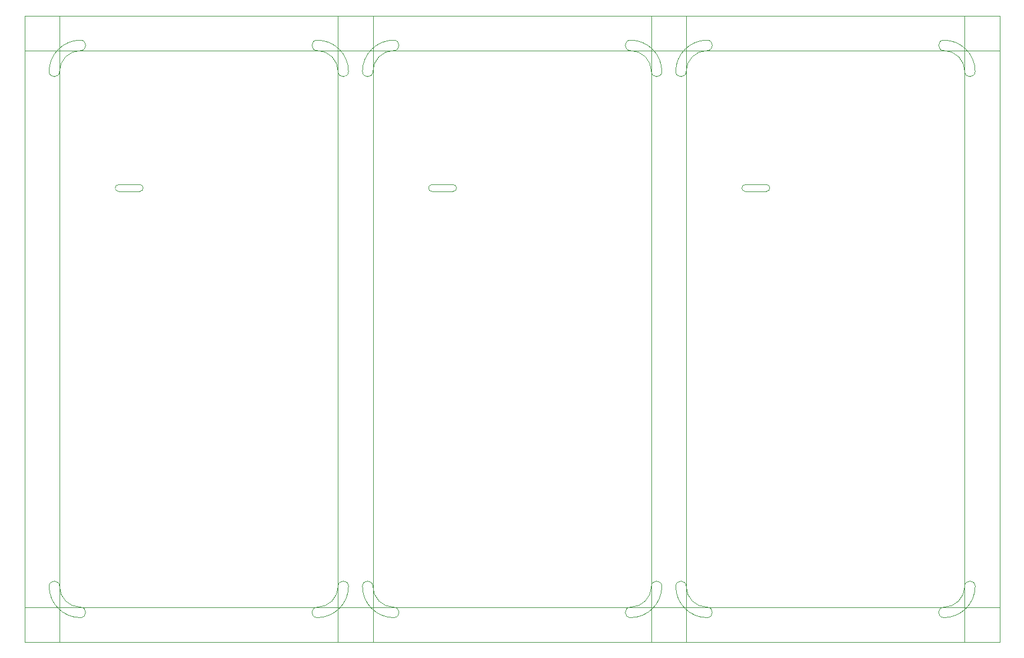
<source format=gm1>
%TF.GenerationSoftware,KiCad,Pcbnew,(5.1.10)-1*%
%TF.CreationDate,2021-10-19T12:00:10+02:00*%
%TF.ProjectId,EspOptoProg Panel,4573704f-7074-46f5-9072-6f672050616e,rev?*%
%TF.SameCoordinates,PXffb3b4c0PY4c4b40*%
%TF.FileFunction,Profile,NP*%
%FSLAX46Y46*%
G04 Gerber Fmt 4.6, Leading zero omitted, Abs format (unit mm)*
G04 Created by KiCad (PCBNEW (5.1.10)-1) date 2021-10-19 12:00:10*
%MOMM*%
%LPD*%
G01*
G04 APERTURE LIST*
%TA.AperFunction,Profile*%
%ADD10C,0.100000*%
%TD*%
G04 APERTURE END LIST*
D10*
X95000000Y0D02*
X95000000Y90000000D01*
X90000000Y0D02*
X90000000Y90000000D01*
X50000000Y0D02*
X50000000Y90000000D01*
X45000000Y0D02*
X45000000Y90000000D01*
X5000000Y0D02*
X5000000Y90000000D01*
X140000000Y5000000D02*
X0Y5000000D01*
X135000000Y90000000D02*
X135000000Y0D01*
X0Y85000000D02*
X140000000Y85000000D01*
X140000000Y90000000D02*
X140000000Y0D01*
X0Y90000000D02*
X140000000Y90000000D01*
X0Y0D02*
X0Y90000000D01*
X0Y0D02*
X140000000Y0D01*
X3500000Y82000000D02*
G75*
G02*
X8000000Y86500000I4500000J0D01*
G01*
X5000000Y82000000D02*
G75*
G02*
X3500000Y82000000I-750000J0D01*
G01*
X8000000Y86500000D02*
G75*
G02*
X8000000Y85000000I0J-750000D01*
G01*
X42000000Y86500000D02*
G75*
G02*
X46500000Y82000000I0J-4500000D01*
G01*
X42000000Y85000000D02*
G75*
G02*
X42000000Y86500000I0J750000D01*
G01*
X46500000Y82000000D02*
G75*
G02*
X45000000Y82000000I-750000J0D01*
G01*
X8000000Y3500000D02*
G75*
G02*
X3500000Y8000000I0J4500000D01*
G01*
X3500000Y8000000D02*
G75*
G02*
X5000000Y8000000I750000J0D01*
G01*
X8000000Y5000000D02*
G75*
G02*
X8000000Y3500000I0J-750000D01*
G01*
X46500000Y8000000D02*
G75*
G02*
X42000000Y3500000I-4500000J0D01*
G01*
X42000000Y3500000D02*
G75*
G02*
X42000000Y5000000I0J750000D01*
G01*
X45000000Y8000000D02*
G75*
G02*
X46500000Y8000000I750000J0D01*
G01*
X45000000Y8000000D02*
G75*
G02*
X42000000Y5000000I-3000000J0D01*
G01*
X8000000Y5000000D02*
G75*
G02*
X5000000Y8000000I0J3000000D01*
G01*
X5000000Y82000000D02*
G75*
G02*
X8000000Y85000000I3000000J0D01*
G01*
X42000000Y85000000D02*
G75*
G02*
X45000000Y82000000I0J-3000000D01*
G01*
X16500000Y65750000D02*
G75*
G02*
X16500000Y64750000I0J-500000D01*
G01*
X13500000Y64750000D02*
G75*
G02*
X13500000Y65750000I0J500000D01*
G01*
X16500000Y64750000D02*
X13500000Y64750000D01*
X13500000Y65750000D02*
X16500000Y65750000D01*
X48500000Y82000000D02*
G75*
G02*
X53000000Y86500000I4500000J0D01*
G01*
X50000000Y82000000D02*
G75*
G02*
X48500000Y82000000I-750000J0D01*
G01*
X53000000Y86500000D02*
G75*
G02*
X53000000Y85000000I0J-750000D01*
G01*
X87000000Y86500000D02*
G75*
G02*
X91500000Y82000000I0J-4500000D01*
G01*
X87000000Y85000000D02*
G75*
G02*
X87000000Y86500000I0J750000D01*
G01*
X91500000Y82000000D02*
G75*
G02*
X90000000Y82000000I-750000J0D01*
G01*
X53000000Y3500000D02*
G75*
G02*
X48500000Y8000000I0J4500000D01*
G01*
X48500000Y8000000D02*
G75*
G02*
X50000000Y8000000I750000J0D01*
G01*
X53000000Y5000000D02*
G75*
G02*
X53000000Y3500000I0J-750000D01*
G01*
X91500000Y8000000D02*
G75*
G02*
X87000000Y3500000I-4500000J0D01*
G01*
X87000000Y3500000D02*
G75*
G02*
X87000000Y5000000I0J750000D01*
G01*
X90000000Y8000000D02*
G75*
G02*
X91500000Y8000000I750000J0D01*
G01*
X90000000Y8000000D02*
G75*
G02*
X87000000Y5000000I-3000000J0D01*
G01*
X53000000Y5000000D02*
G75*
G02*
X50000000Y8000000I0J3000000D01*
G01*
X50000000Y82000000D02*
G75*
G02*
X53000000Y85000000I3000000J0D01*
G01*
X87000000Y85000000D02*
G75*
G02*
X90000000Y82000000I0J-3000000D01*
G01*
X61500000Y65750000D02*
G75*
G02*
X61500000Y64750000I0J-500000D01*
G01*
X58500000Y64750000D02*
G75*
G02*
X58500000Y65750000I0J500000D01*
G01*
X61500000Y64750000D02*
X58500000Y64750000D01*
X58500000Y65750000D02*
X61500000Y65750000D01*
X93500000Y82000000D02*
G75*
G02*
X98000000Y86500000I4500000J0D01*
G01*
X95000000Y82000000D02*
G75*
G02*
X93500000Y82000000I-750000J0D01*
G01*
X98000000Y86500000D02*
G75*
G02*
X98000000Y85000000I0J-750000D01*
G01*
X132000000Y86500000D02*
G75*
G02*
X136500000Y82000000I0J-4500000D01*
G01*
X132000000Y85000000D02*
G75*
G02*
X132000000Y86500000I0J750000D01*
G01*
X136500000Y82000000D02*
G75*
G02*
X135000000Y82000000I-750000J0D01*
G01*
X98000000Y3500000D02*
G75*
G02*
X93500000Y8000000I0J4500000D01*
G01*
X93500000Y8000000D02*
G75*
G02*
X95000000Y8000000I750000J0D01*
G01*
X98000000Y5000000D02*
G75*
G02*
X98000000Y3500000I0J-750000D01*
G01*
X136500000Y8000000D02*
G75*
G02*
X132000000Y3500000I-4500000J0D01*
G01*
X132000000Y3500000D02*
G75*
G02*
X132000000Y5000000I0J750000D01*
G01*
X135000000Y8000000D02*
G75*
G02*
X136500000Y8000000I750000J0D01*
G01*
X135000000Y8000000D02*
G75*
G02*
X132000000Y5000000I-3000000J0D01*
G01*
X98000000Y5000000D02*
G75*
G02*
X95000000Y8000000I0J3000000D01*
G01*
X95000000Y82000000D02*
G75*
G02*
X98000000Y85000000I3000000J0D01*
G01*
X132000000Y85000000D02*
G75*
G02*
X135000000Y82000000I0J-3000000D01*
G01*
X106500000Y65750000D02*
G75*
G02*
X106500000Y64750000I0J-500000D01*
G01*
X103500000Y64750000D02*
G75*
G02*
X103500000Y65750000I0J500000D01*
G01*
X106500000Y64750000D02*
X103500000Y64750000D01*
X103500000Y65750000D02*
X106500000Y65750000D01*
M02*

</source>
